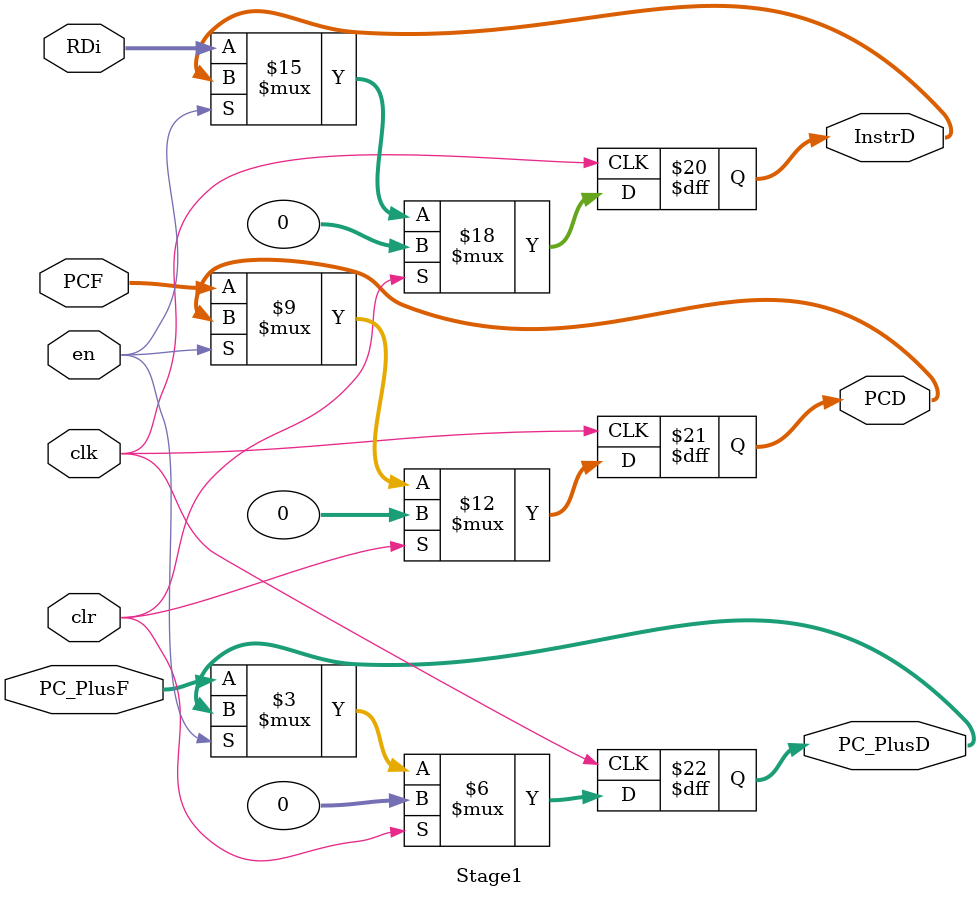
<source format=sv>
module  Stage1#(
    parameter DATA_WIDTH = 32
)(
    input logic                     clk,
    input logic                     en,
    input logic                     clr,

    //instrmem input
    input logic[DATA_WIDTH-1:0]        RDi,
    //PC input
    input logic[DATA_WIDTH-1:0]        PCF,
    input logic[DATA_WIDTH-1:0]        PC_PlusF,

    //instrmem output
    output logic[DATA_WIDTH-1:0]        InstrD,
    //PC output
    output logic[DATA_WIDTH-1:0]        PCD,
    output logic[DATA_WIDTH-1:0]        PC_PlusD

);

always_ff @(posedge clk) begin
    if (clr) begin
        //instr
        InstrD <= 0;
        //pc
        PCD<= 0;
        PC_PlusD <= 0; 
    end
    else if(en) begin
        //instr
        InstrD <= InstrD;
        //pc
        PCD<= PCD;
        PC_PlusD <= PC_PlusD; 
    end
    else begin
        //instr
        InstrD <= RDi;
        //pc
        PCD<= PCF;
        PC_PlusD <= PC_PlusF; 
    end
end
    
endmodule

</source>
